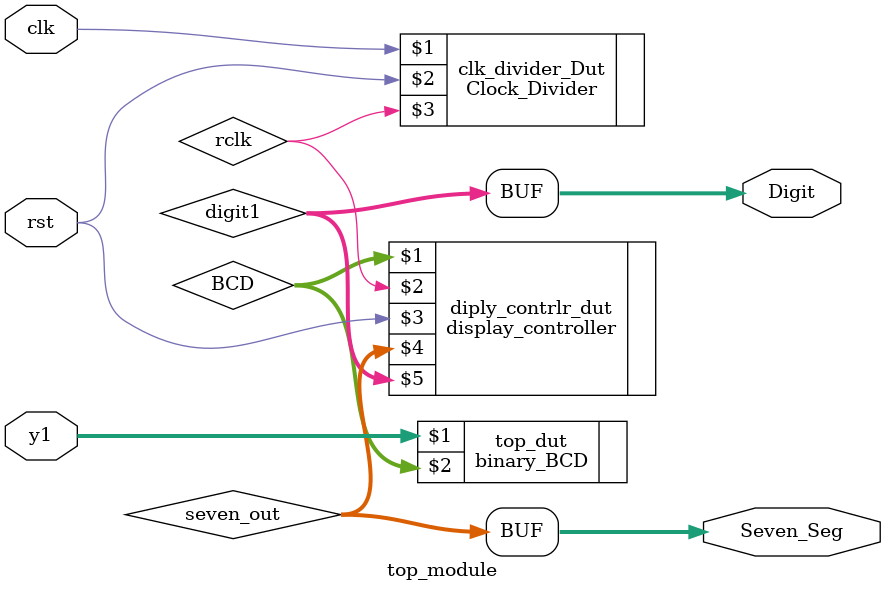
<source format=v>
`timescale 1ns / 1ps

module top_module   #(parameter N=10,M=16)(y1,clk,rst,Seven_Seg,Digit);
input [N-1:0]y1;
input clk,rst;
output [7:0]Seven_Seg;
output [3:0]Digit;
wire rclk;                            
wire  [15:0]BCD;
wire [7:0]seven_out;
wire  [3:0]digit1;

//alu    #( N)  alu_top(A,B,select,Y);
binary_BCD top_dut(y1,BCD);
Clock_Divider  #(M)  clk_divider_Dut(clk,rst,rclk);
display_controller diply_contrlr_dut(BCD,rclk,rst,seven_out,digit1);
assign Seven_Seg=seven_out;
assign Digit=digit1;
endmodule

</source>
